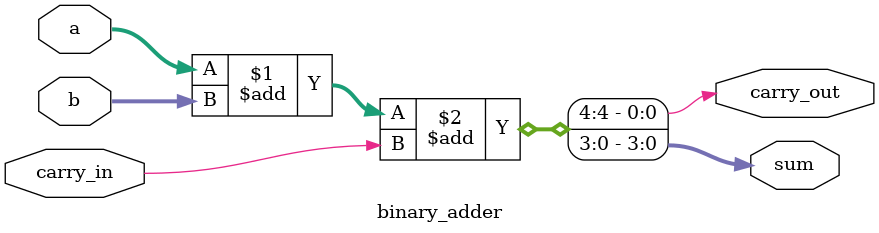
<source format=v>

module binary_adder(sum,carry_out,a,b,carry_in);
	output [3:0]sum;
	output carry_out;
	input [3:0]a,b;
	input carry_in;
	assign {carry_out,sum}= a+b+carry_in;
endmodule

</source>
